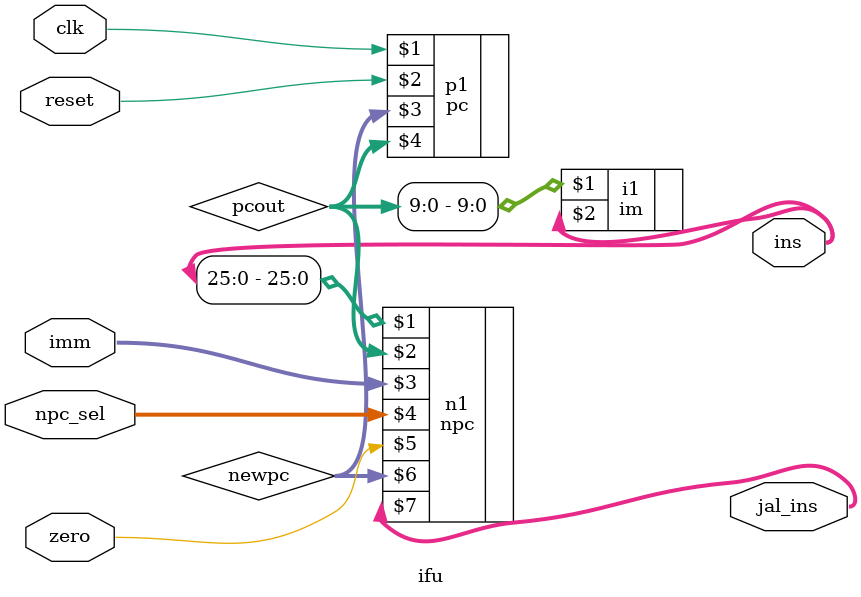
<source format=v>
module ifu(imm,clk,reset,ins,npc_sel,zero,jal_ins);
  //clock and reset 
  input clk,reset;
  //control signal for getting another instruction (in beq)
  input zero;
  //the position of the pc
  input[1:0] npc_sel;
  //outputs the instruction
  output [31:0] ins;
  //outputs the next position of pc after jump is executed
  output [29:0] jal_ins;
  // wire to send pcout from pc to npc and newpc from npc to pc
  wire [29:0] newpc;
  //pc's address
  wire [29:0] pcout;
  //offset used in beq, received by IM in instruction
  input [15:0] imm;
  
  pc p1(clk,reset,newpc,pcout);
  im i1(pcout[9:0],ins);
  npc n1(ins[25:0],pcout,imm,npc_sel,zero,newpc,jal_ins);
  
endmodule


</source>
